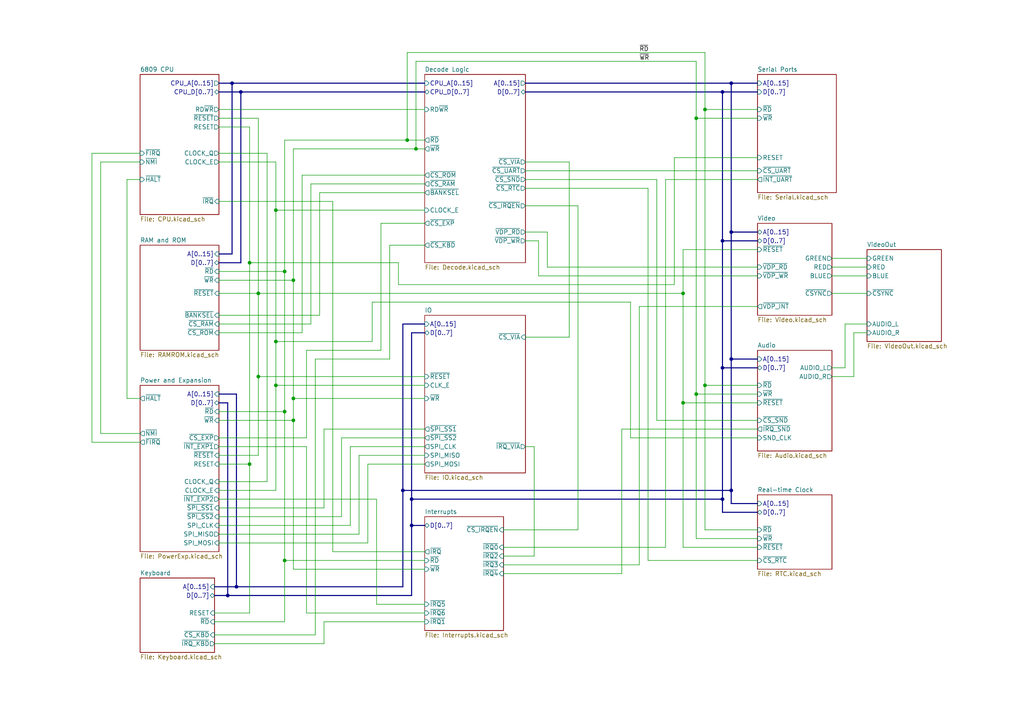
<source format=kicad_sch>
(kicad_sch (version 20211123) (generator eeschema)
  (paper "A4")
  (title_block (title "Y Ddraig Fechan") (company "Stephen Moody"))
  (lib_symbols)
  (junction (at 212.09 142.24))
  (junction (at 80.01 60.96))
  (junction (at 209.55 26.67))
  (junction (at 85.09 121.92))
  (junction (at 68.58 170.18))
  (junction (at 82.55 162.56))
  (junction (at 198.12 116.84))
  (junction (at 74.93 109.22))
  (junction (at 80.01 111.76))
  (junction (at 119.38 144.78))
  (junction (at 212.09 24.13))
  (junction (at 85.09 115.57))
  (junction (at 69.85 26.67))
  (junction (at 198.12 85.09))
  (junction (at 204.47 111.76))
  (junction (at 201.93 114.3))
  (junction (at 66.04 172.72))
  (junction (at 82.55 119.38))
  (junction (at 118.11 40.64))
  (junction (at 209.55 144.78))
  (junction (at 201.93 34.29))
  (junction (at 72.39 134.62))
  (junction (at 209.55 69.85))
  (junction (at 116.84 142.24))
  (junction (at 85.09 81.28))
  (junction (at 212.09 104.14))
  (junction (at 72.39 76.2))
  (junction (at 119.38 152.4))
  (junction (at 74.93 85.09))
  (junction (at 82.55 78.74))
  (junction (at 212.09 67.31))
  (junction (at 80.01 99.06))
  (junction (at 67.31 24.13))
  (junction (at 120.65 43.18))
  (junction (at 204.47 31.75))
  (junction (at 209.55 106.68))
  (wire (pts (xy 96.52 58.42) (xy 63.5 58.42)))
  (bus (pts (xy 209.55 144.78) (xy 209.55 148.59)))
  (bus (pts (xy 116.84 142.24) (xy 116.84 170.18)))
  (wire (pts (xy 190.5 52.07) (xy 190.5 121.92)))
  (wire (pts (xy 190.5 121.92) (xy 219.71 121.92)))
  (wire (pts (xy 152.4 46.99) (xy 165.1 46.99)))
  (wire (pts (xy 82.55 119.38) (xy 82.55 78.74)))
  (wire (pts (xy 88.9 101.6) (xy 110.49 101.6)))
  (wire (pts (xy 152.4 52.07) (xy 190.5 52.07)))
  (bus (pts (xy 63.5 116.84) (xy 66.04 116.84)))
  (wire (pts (xy 187.96 54.61) (xy 187.96 162.56)))
  (wire (pts (xy 93.98 186.69) (xy 93.98 180.34)))
  (wire (pts (xy 62.23 184.15) (xy 91.44 184.15)))
  (bus (pts (xy 119.38 96.52) (xy 123.19 96.52)))
  (wire (pts (xy 198.12 72.39) (xy 219.71 72.39)))
  (wire (pts (xy 72.39 76.2) (xy 115.57 76.2)))
  (wire (pts (xy 247.65 96.52) (xy 247.65 109.22)))
  (wire (pts (xy 156.21 69.85) (xy 156.21 80.01)))
  (wire (pts (xy 156.21 80.01) (xy 219.71 80.01)))
  (wire (pts (xy 120.65 43.18) (xy 120.65 17.78)))
  (wire (pts (xy 63.5 119.38) (xy 82.55 119.38)))
  (wire (pts (xy 74.93 109.22) (xy 74.93 132.08)))
  (bus (pts (xy 219.71 67.31) (xy 212.09 67.31)))
  (wire (pts (xy 154.94 161.29) (xy 146.05 161.29)))
  (bus (pts (xy 66.04 172.72) (xy 62.23 172.72)))
  (bus (pts (xy 119.38 144.78) (xy 119.38 96.52)))
  (wire (pts (xy 123.19 134.62) (xy 106.68 134.62)))
  (bus (pts (xy 209.55 26.67) (xy 219.71 26.67)))
  (wire (pts (xy 251.46 80.01) (xy 241.3 80.01)))
  (wire (pts (xy 91.44 104.14) (xy 113.03 104.14)))
  (wire (pts (xy 123.19 160.02) (xy 96.52 160.02)))
  (wire (pts (xy 85.09 43.18) (xy 120.65 43.18)))
  (wire (pts (xy 88.9 127) (xy 88.9 101.6)))
  (wire (pts (xy 185.42 88.9) (xy 185.42 163.83)))
  (bus (pts (xy 116.84 170.18) (xy 68.58 170.18)))
  (wire (pts (xy 63.5 134.62) (xy 72.39 134.62)))
  (bus (pts (xy 68.58 114.3) (xy 68.58 170.18)))
  (wire (pts (xy 241.3 77.47) (xy 251.46 77.47)))
  (wire (pts (xy 245.11 106.68) (xy 245.11 93.98)))
  (wire (pts (xy 201.93 114.3) (xy 201.93 156.21)))
  (wire (pts (xy 198.12 85.09) (xy 198.12 72.39)))
  (wire (pts (xy 193.04 52.07) (xy 193.04 158.75)))
  (wire (pts (xy 198.12 158.75) (xy 219.71 158.75)))
  (wire (pts (xy 247.65 96.52) (xy 251.46 96.52)))
  (bus (pts (xy 119.38 172.72) (xy 66.04 172.72)))
  (wire (pts (xy 36.83 52.07) (xy 36.83 115.57)))
  (wire (pts (xy 40.64 125.73) (xy 29.21 125.73)))
  (wire (pts (xy 72.39 76.2) (xy 72.39 134.62)))
  (bus (pts (xy 212.09 104.14) (xy 219.71 104.14)))
  (wire (pts (xy 193.04 158.75) (xy 146.05 158.75)))
  (wire (pts (xy 87.63 96.52) (xy 63.5 96.52)))
  (wire (pts (xy 198.12 116.84) (xy 198.12 158.75)))
  (wire (pts (xy 118.11 40.64) (xy 118.11 15.24)))
  (wire (pts (xy 152.4 69.85) (xy 156.21 69.85)))
  (wire (pts (xy 80.01 111.76) (xy 80.01 99.06)))
  (bus (pts (xy 212.09 142.24) (xy 212.09 146.05)))
  (wire (pts (xy 63.5 31.75) (xy 123.19 31.75)))
  (wire (pts (xy 63.5 44.45) (xy 77.47 44.45)))
  (wire (pts (xy 99.06 127) (xy 123.19 127)))
  (bus (pts (xy 63.5 114.3) (xy 68.58 114.3)))
  (wire (pts (xy 63.5 129.54) (xy 88.9 129.54)))
  (bus (pts (xy 63.5 73.66) (xy 67.31 73.66)))
  (wire (pts (xy 63.5 91.44) (xy 92.71 91.44)))
  (wire (pts (xy 93.98 180.34) (xy 123.19 180.34)))
  (wire (pts (xy 187.96 162.56) (xy 219.71 162.56)))
  (wire (pts (xy 158.75 77.47) (xy 158.75 67.31)))
  (wire (pts (xy 93.98 124.46) (xy 123.19 124.46)))
  (wire (pts (xy 40.64 52.07) (xy 36.83 52.07)))
  (wire (pts (xy 80.01 142.24) (xy 80.01 111.76)))
  (wire (pts (xy 77.47 139.7) (xy 63.5 139.7)))
  (wire (pts (xy 152.4 54.61) (xy 187.96 54.61)))
  (wire (pts (xy 80.01 60.96) (xy 80.01 46.99)))
  (wire (pts (xy 123.19 53.34) (xy 90.17 53.34)))
  (wire (pts (xy 63.5 121.92) (xy 85.09 121.92)))
  (wire (pts (xy 74.93 34.29) (xy 74.93 85.09)))
  (wire (pts (xy 63.5 152.4) (xy 101.6 152.4)))
  (bus (pts (xy 119.38 152.4) (xy 123.19 152.4)))
  (wire (pts (xy 63.5 127) (xy 88.9 127)))
  (wire (pts (xy 91.44 184.15) (xy 91.44 104.14)))
  (wire (pts (xy 241.3 85.09) (xy 251.46 85.09)))
  (wire (pts (xy 74.93 132.08) (xy 63.5 132.08)))
  (wire (pts (xy 63.5 36.83) (xy 72.39 36.83)))
  (wire (pts (xy 74.93 85.09) (xy 198.12 85.09)))
  (wire (pts (xy 63.5 154.94) (xy 104.14 154.94)))
  (wire (pts (xy 77.47 44.45) (xy 77.47 139.7)))
  (wire (pts (xy 82.55 78.74) (xy 63.5 78.74)))
  (wire (pts (xy 123.19 109.22) (xy 74.93 109.22)))
  (wire (pts (xy 219.71 52.07) (xy 193.04 52.07)))
  (wire (pts (xy 26.67 44.45) (xy 26.67 128.27)))
  (bus (pts (xy 212.09 142.24) (xy 116.84 142.24)))
  (wire (pts (xy 96.52 160.02) (xy 96.52 58.42)))
  (wire (pts (xy 107.95 87.63) (xy 182.88 87.63)))
  (wire (pts (xy 85.09 165.1) (xy 123.19 165.1)))
  (wire (pts (xy 219.71 77.47) (xy 158.75 77.47)))
  (wire (pts (xy 88.9 177.8) (xy 123.19 177.8)))
  (bus (pts (xy 219.71 69.85) (xy 209.55 69.85)))
  (wire (pts (xy 72.39 177.8) (xy 62.23 177.8)))
  (wire (pts (xy 85.09 81.28) (xy 63.5 81.28)))
  (bus (pts (xy 209.55 144.78) (xy 119.38 144.78)))
  (wire (pts (xy 72.39 36.83) (xy 72.39 76.2)))
  (wire (pts (xy 63.5 144.78) (xy 109.22 144.78)))
  (wire (pts (xy 29.21 125.73) (xy 29.21 46.99)))
  (wire (pts (xy 247.65 109.22) (xy 241.3 109.22)))
  (wire (pts (xy 80.01 99.06) (xy 107.95 99.06)))
  (wire (pts (xy 82.55 162.56) (xy 82.55 180.34)))
  (bus (pts (xy 69.85 26.67) (xy 63.5 26.67)))
  (bus (pts (xy 63.5 24.13) (xy 67.31 24.13)))
  (wire (pts (xy 29.21 46.99) (xy 40.64 46.99)))
  (wire (pts (xy 62.23 186.69) (xy 93.98 186.69)))
  (wire (pts (xy 204.47 111.76) (xy 219.71 111.76)))
  (bus (pts (xy 119.38 144.78) (xy 119.38 152.4)))
  (wire (pts (xy 180.34 166.37) (xy 146.05 166.37)))
  (wire (pts (xy 204.47 111.76) (xy 204.47 153.67)))
  (wire (pts (xy 201.93 114.3) (xy 201.93 34.29)))
  (bus (pts (xy 212.09 104.14) (xy 212.09 142.24)))
  (wire (pts (xy 82.55 78.74) (xy 82.55 40.64)))
  (wire (pts (xy 204.47 15.24) (xy 204.47 31.75)))
  (wire (pts (xy 101.6 152.4) (xy 101.6 129.54)))
  (wire (pts (xy 106.68 157.48) (xy 63.5 157.48)))
  (wire (pts (xy 152.4 129.54) (xy 154.94 129.54)))
  (wire (pts (xy 201.93 156.21) (xy 219.71 156.21)))
  (bus (pts (xy 116.84 142.24) (xy 116.84 93.98)))
  (bus (pts (xy 119.38 152.4) (xy 119.38 172.72)))
  (wire (pts (xy 110.49 64.77) (xy 123.19 64.77)))
  (wire (pts (xy 88.9 129.54) (xy 88.9 177.8)))
  (wire (pts (xy 123.19 111.76) (xy 80.01 111.76)))
  (wire (pts (xy 109.22 144.78) (xy 109.22 175.26)))
  (wire (pts (xy 92.71 91.44) (xy 92.71 55.88)))
  (bus (pts (xy 152.4 24.13) (xy 212.09 24.13)))
  (wire (pts (xy 182.88 127) (xy 219.71 127)))
  (bus (pts (xy 67.31 24.13) (xy 123.19 24.13)))
  (wire (pts (xy 152.4 59.69) (xy 167.64 59.69)))
  (wire (pts (xy 85.09 121.92) (xy 85.09 115.57)))
  (bus (pts (xy 209.55 69.85) (xy 209.55 26.67)))
  (wire (pts (xy 101.6 129.54) (xy 123.19 129.54)))
  (wire (pts (xy 74.93 85.09) (xy 74.93 109.22)))
  (wire (pts (xy 241.3 106.68) (xy 245.11 106.68)))
  (wire (pts (xy 113.03 104.14) (xy 113.03 71.12)))
  (bus (pts (xy 209.55 69.85) (xy 209.55 106.68)))
  (wire (pts (xy 85.09 81.28) (xy 85.09 43.18)))
  (wire (pts (xy 204.47 153.67) (xy 219.71 153.67)))
  (wire (pts (xy 63.5 85.09) (xy 74.93 85.09)))
  (bus (pts (xy 209.55 106.68) (xy 209.55 144.78)))
  (wire (pts (xy 92.71 55.88) (xy 123.19 55.88)))
  (bus (pts (xy 152.4 26.67) (xy 209.55 26.67)))
  (wire (pts (xy 120.65 17.78) (xy 201.93 17.78)))
  (wire (pts (xy 158.75 67.31) (xy 152.4 67.31)))
  (wire (pts (xy 104.14 154.94) (xy 104.14 132.08)))
  (wire (pts (xy 123.19 115.57) (xy 85.09 115.57)))
  (wire (pts (xy 204.47 31.75) (xy 204.47 111.76)))
  (wire (pts (xy 80.01 46.99) (xy 63.5 46.99)))
  (wire (pts (xy 167.64 153.67) (xy 146.05 153.67)))
  (wire (pts (xy 182.88 87.63) (xy 182.88 127)))
  (wire (pts (xy 82.55 119.38) (xy 82.55 162.56)))
  (wire (pts (xy 82.55 162.56) (xy 123.19 162.56)))
  (bus (pts (xy 63.5 76.2) (xy 69.85 76.2)))
  (wire (pts (xy 26.67 128.27) (xy 40.64 128.27)))
  (wire (pts (xy 219.71 124.46) (xy 180.34 124.46)))
  (wire (pts (xy 204.47 31.75) (xy 219.71 31.75)))
  (wire (pts (xy 201.93 34.29) (xy 219.71 34.29)))
  (wire (pts (xy 63.5 142.24) (xy 80.01 142.24)))
  (wire (pts (xy 82.55 180.34) (xy 62.23 180.34)))
  (wire (pts (xy 245.11 93.98) (xy 251.46 93.98)))
  (wire (pts (xy 90.17 93.98) (xy 63.5 93.98)))
  (bus (pts (xy 69.85 76.2) (xy 69.85 26.67)))
  (bus (pts (xy 123.19 26.67) (xy 69.85 26.67)))
  (wire (pts (xy 80.01 60.96) (xy 123.19 60.96)))
  (wire (pts (xy 198.12 85.09) (xy 198.12 116.84)))
  (wire (pts (xy 219.71 114.3) (xy 201.93 114.3)))
  (wire (pts (xy 165.1 46.99) (xy 165.1 97.79)))
  (wire (pts (xy 87.63 50.8) (xy 87.63 96.52)))
  (wire (pts (xy 113.03 71.12) (xy 123.19 71.12)))
  (wire (pts (xy 107.95 99.06) (xy 107.95 87.63)))
  (bus (pts (xy 66.04 116.84) (xy 66.04 172.72)))
  (wire (pts (xy 106.68 134.62) (xy 106.68 157.48)))
  (bus (pts (xy 212.09 146.05) (xy 219.71 146.05)))
  (wire (pts (xy 180.34 124.46) (xy 180.34 166.37)))
  (bus (pts (xy 212.09 67.31) (xy 212.09 104.14)))
  (bus (pts (xy 212.09 67.31) (xy 212.09 24.13)))
  (wire (pts (xy 115.57 82.55) (xy 195.58 82.55)))
  (wire (pts (xy 115.57 76.2) (xy 115.57 82.55)))
  (wire (pts (xy 195.58 45.72) (xy 219.71 45.72)))
  (wire (pts (xy 99.06 127) (xy 99.06 149.86)))
  (wire (pts (xy 195.58 82.55) (xy 195.58 45.72)))
  (wire (pts (xy 185.42 163.83) (xy 146.05 163.83)))
  (wire (pts (xy 109.22 175.26) (xy 123.19 175.26)))
  (wire (pts (xy 72.39 134.62) (xy 72.39 177.8)))
  (wire (pts (xy 85.09 115.57) (xy 85.09 81.28)))
  (wire (pts (xy 120.65 43.18) (xy 123.19 43.18)))
  (wire (pts (xy 99.06 149.86) (xy 63.5 149.86)))
  (wire (pts (xy 198.12 116.84) (xy 219.71 116.84)))
  (wire (pts (xy 63.5 34.29) (xy 74.93 34.29)))
  (wire (pts (xy 118.11 40.64) (xy 123.19 40.64)))
  (bus (pts (xy 209.55 148.59) (xy 219.71 148.59)))
  (wire (pts (xy 110.49 101.6) (xy 110.49 64.77)))
  (wire (pts (xy 63.5 147.32) (xy 93.98 147.32)))
  (wire (pts (xy 123.19 50.8) (xy 87.63 50.8)))
  (bus (pts (xy 116.84 93.98) (xy 123.19 93.98)))
  (wire (pts (xy 36.83 115.57) (xy 40.64 115.57)))
  (wire (pts (xy 152.4 49.53) (xy 219.71 49.53)))
  (wire (pts (xy 104.14 132.08) (xy 123.19 132.08)))
  (wire (pts (xy 219.71 88.9) (xy 185.42 88.9)))
  (wire (pts (xy 154.94 129.54) (xy 154.94 161.29)))
  (wire (pts (xy 93.98 147.32) (xy 93.98 124.46)))
  (bus (pts (xy 67.31 73.66) (xy 67.31 24.13)))
  (wire (pts (xy 251.46 74.93) (xy 241.3 74.93)))
  (bus (pts (xy 212.09 24.13) (xy 219.71 24.13)))
  (wire (pts (xy 165.1 97.79) (xy 152.4 97.79)))
  (wire (pts (xy 40.64 44.45) (xy 26.67 44.45)))
  (bus (pts (xy 209.55 106.68) (xy 219.71 106.68)))
  (wire (pts (xy 167.64 59.69) (xy 167.64 153.67)))
  (wire (pts (xy 80.01 99.06) (xy 80.01 60.96)))
  (wire (pts (xy 82.55 40.64) (xy 118.11 40.64)))
  (wire (pts (xy 201.93 17.78) (xy 201.93 34.29)))
  (wire (pts (xy 90.17 53.34) (xy 90.17 93.98)))
  (wire (pts (xy 118.11 15.24) (xy 204.47 15.24)))
  (bus (pts (xy 68.58 170.18) (xy 62.23 170.18)))
  (wire (pts (xy 85.09 121.92) (xy 85.09 165.1)))
  (label "~{WR}" (at 185.42 17.78 0))
  (label "~{RD}" (at 185.42 15.24 0))
  (sheet (at 40.64 21.59) (size 22.86 40.64)
    (property "Sheet name" "6809 CPU" (at 40.64 20.8784 0) (effects (justify left bottom)))
    (property "Sheet file" "CPU.kicad_sch" (at 40.64 62.8146 0) (effects (justify left top)))
    (pin "~{RESET}" output (at 63.5 34.29 0))
    (pin "RESET" output (at 63.5 36.83 0))
    (pin "CPU_A[0..15]" output (at 63.5 24.13 0))
    (pin "CPU_D[0..7]" bidirectional (at 63.5 26.67 0))
    (pin "RD~{WR}" output (at 63.5 31.75 0))
    (pin "~{HALT}" input (at 40.64 52.07 180))
    (pin "CLOCK_E" output (at 63.5 46.99 0))
    (pin "CLOCK_Q" output (at 63.5 44.45 0))
    (pin "~{IRQ}" input (at 63.5 58.42 0))
    (pin "~{NMI}" input (at 40.64 46.99 180))
    (pin "~{FIRQ}" input (at 40.64 44.45 180))
  )
  (sheet (at 123.19 21.59) (size 29.21 54.61)
    (property "Sheet name" "Decode Logic" (at 123.19 20.8784 0) (effects (justify left bottom)))
    (property "Sheet file" "Decode.kicad_sch" (at 123.19 76.7846 0) (effects (justify left top)))
    (pin "CLOCK_E" input (at 123.19 60.96 180))
    (pin "CPU_A[0..15]" input (at 123.19 24.13 180))
    (pin "CPU_D[0..7]" bidirectional (at 123.19 26.67 180))
    (pin "RD~{WR}" input (at 123.19 31.75 180))
    (pin "~{CS_IRQEN}" output (at 152.4 59.69 0))
    (pin "~{WR}" output (at 123.19 43.18 180))
    (pin "D[0..7]" bidirectional (at 152.4 26.67 0))
    (pin "~{RD}" output (at 123.19 40.64 180))
    (pin "~{BANKSEL}" output (at 123.19 55.88 180))
    (pin "~{CS_RAM}" output (at 123.19 53.34 180))
    (pin "~{CS_ROM}" output (at 123.19 50.8 180))
    (pin "~{CS_VIA}" output (at 152.4 46.99 0))
    (pin "~{CS_UART}" output (at 152.4 49.53 0))
    (pin "~{VDP_RD}" output (at 152.4 67.31 0))
    (pin "~{VDP_WR}" output (at 152.4 69.85 0))
    (pin "~{CS_SND}" output (at 152.4 52.07 0))
    (pin "~{CS_RTC}" output (at 152.4 54.61 0))
    (pin "A[0..15]" output (at 152.4 24.13 0))
    (pin "~{CS_KBD}" output (at 123.19 71.12 180))
    (pin "~{CS_EXP}" output (at 123.19 64.77 180))
  )
  (sheet (at 219.71 21.59) (size 22.86 34.29)
    (property "Sheet name" "Serial Ports" (at 219.71 20.8784 0) (effects (justify left bottom)))
    (property "Sheet file" "Serial.kicad_sch" (at 219.71 56.4646 0) (effects (justify left top)))
    (pin "A[0..15]" input (at 219.71 24.13 180))
    (pin "D[0..7]" input (at 219.71 26.67 180))
    (pin "RESET" input (at 219.71 45.72 180))
    (pin "~{RD}" input (at 219.71 31.75 180))
    (pin "~{WR}" input (at 219.71 34.29 180))
    (pin "~{INT_UART}" output (at 219.71 52.07 180))
    (pin "~{CS_UART}" input (at 219.71 49.53 180))
  )
  (sheet (at 219.71 64.77) (size 21.59 26.67)
    (property "Sheet name" "Video" (at 219.71 64.0584 0) (effects (justify left bottom)))
    (property "Sheet file" "Video.kicad_sch" (at 219.71 92.0246 0) (effects (justify left top)))
    (pin "D[0..7]" bidirectional (at 219.71 69.85 180))
    (pin "A[0..15]" bidirectional (at 219.71 67.31 180))
    (pin "~{VDP_RD}" input (at 219.71 77.47 180))
    (pin "~{VDP_WR}" input (at 219.71 80.01 180))
    (pin "~{VDP_INT}" output (at 219.71 88.9 180))
    (pin "GREEN" output (at 241.3 74.93 0))
    (pin "RED" output (at 241.3 77.47 0))
    (pin "BLUE" output (at 241.3 80.01 0))
    (pin "~{CSYNC}" output (at 241.3 85.09 0))
    (pin "~{RESET}" input (at 219.71 72.39 180))
  )
  (sheet (at 219.71 101.6) (size 21.59 29.21)
    (property "Sheet name" "Audio" (at 219.71 100.8884 0) (effects (justify left bottom)))
    (property "Sheet file" "Audio.kicad_sch" (at 219.71 131.3946 0) (effects (justify left top)))
    (pin "D[0..7]" bidirectional (at 219.71 106.68 180))
    (pin "A[0..15]" input (at 219.71 104.14 180))
    (pin "~{RESET}" input (at 219.71 116.84 180))
    (pin "AUDIO_R" output (at 241.3 109.22 0))
    (pin "AUDIO_L" output (at 241.3 106.68 0))
    (pin "~{WR}" input (at 219.71 114.3 180))
    (pin "~{RD}" input (at 219.71 111.76 180))
    (pin "~{CS_SND}" input (at 219.71 121.92 180))
    (pin "~{IRQ_SND}" output (at 219.71 124.46 180))
    (pin "SND_CLK" input (at 219.71 127 180))
  )
  (sheet (at 40.64 71.12) (size 22.86 30.48)
    (property "Sheet name" "RAM and ROM" (at 40.64 70.4084 0) (effects (justify left bottom)))
    (property "Sheet file" "RAMROM.kicad_sch" (at 40.64 102.1846 0) (effects (justify left top)))
    (pin "~{RESET}" input (at 63.5 85.09 0))
    (pin "~{BANKSEL}" input (at 63.5 91.44 0))
    (pin "~{RD}" input (at 63.5 78.74 0))
    (pin "~{CS_RAM}" input (at 63.5 93.98 0))
    (pin "~{CS_ROM}" input (at 63.5 96.52 0))
    (pin "~{WR}" input (at 63.5 81.28 0))
    (pin "A[0..15]" input (at 63.5 73.66 0))
    (pin "D[0..7]" bidirectional (at 63.5 76.2 0))
  )
  (sheet (at 123.19 91.44) (size 29.21 45.72)
    (property "Sheet name" "IO" (at 123.19 90.7284 0) (effects (justify left bottom)))
    (property "Sheet file" "IO.kicad_sch" (at 123.19 137.7446 0) (effects (justify left top)))
    (pin "A[0..15]" input (at 123.19 93.98 180))
    (pin "D[0..7]" bidirectional (at 123.19 96.52 180))
    (pin "~{IRQ_VIA}" output (at 152.4 129.54 0))
    (pin "~{CS_VIA}" input (at 152.4 97.79 0))
    (pin "~{RESET}" input (at 123.19 109.22 180))
    (pin "CLK_E" input (at 123.19 111.76 180))
    (pin "SPI_CLK" output (at 123.19 129.54 180))
    (pin "~{SPI_SS1}" output (at 123.19 124.46 180))
    (pin "~{SPI_SS2}" output (at 123.19 127 180))
    (pin "SPI_MOSI" output (at 123.19 134.62 180))
    (pin "SPI_MISO" input (at 123.19 132.08 180))
    (pin "~{WR}" input (at 123.19 115.57 180))
  )
  (sheet (at 40.64 167.64) (size 21.59 21.59)
    (property "Sheet name" "Keyboard" (at 40.64 166.9284 0) (effects (justify left bottom)))
    (property "Sheet file" "Keyboard.kicad_sch" (at 40.64 189.8146 0) (effects (justify left top)))
    (pin "RESET" input (at 62.23 177.8 0))
    (pin "~{RD}" input (at 62.23 180.34 0))
    (pin "~{CS_KBD}" input (at 62.23 184.15 0))
    (pin "D[0..7]" bidirectional (at 62.23 172.72 0))
    (pin "A[0..15]" input (at 62.23 170.18 0))
    (pin "~{IRQ_KBD}" output (at 62.23 186.69 0))
  )
  (sheet (at 219.71 143.51) (size 21.59 21.59)
    (property "Sheet name" "Real-time Clock" (at 219.71 142.7984 0) (effects (justify left bottom)))
    (property "Sheet file" "RTC.kicad_sch" (at 219.71 165.6846 0) (effects (justify left top)))
    (pin "~{CS_RTC}" input (at 219.71 162.56 180))
    (pin "~{WR}" input (at 219.71 156.21 180))
    (pin "~{RD}" input (at 219.71 153.67 180))
    (pin "~{RESET}" input (at 219.71 158.75 180))
    (pin "D[0..7]" bidirectional (at 219.71 148.59 180))
    (pin "A[0..15]" input (at 219.71 146.05 180))
  )
  (sheet (at 123.19 149.86) (size 22.86 33.02)
    (property "Sheet name" "Interrupts" (at 123.19 149.1484 0) (effects (justify left bottom)))
    (property "Sheet file" "Interrupts.kicad_sch" (at 123.19 183.4646 0) (effects (justify left top)))
    (pin "~{CS_IRQEN}" input (at 146.05 153.67 0))
    (pin "~{IRQ}" output (at 123.19 160.02 180))
    (pin "~{WR}" input (at 123.19 165.1 180))
    (pin "D[0..7]" bidirectional (at 123.19 152.4 180))
    (pin "~{RD}" input (at 123.19 162.56 180))
    (pin "~{IRQ0}" input (at 146.05 158.75 0))
    (pin "~{IRQ6}" input (at 123.19 177.8 180))
    (pin "~{IRQ5}" input (at 123.19 175.26 180))
    (pin "~{IRQ4}" input (at 146.05 166.37 0))
    (pin "~{IRQ3}" input (at 146.05 163.83 0))
    (pin "~{IRQ2}" input (at 146.05 161.29 0))
    (pin "~{IRQ1}" input (at 123.19 180.34 180))
  )
  (sheet (at 40.64 111.76) (size 22.86 48.26)
    (property "Sheet name" "Power and Expansion" (at 40.64 111.0484 0) (effects (justify left bottom)))
    (property "Sheet file" "PowerExp.kicad_sch" (at 40.64 160.6046 0) (effects (justify left top)))
    (pin "CLOCK_E" input (at 63.5 142.24 0))
    (pin "CLOCK_Q" input (at 63.5 139.7 0))
    (pin "~{HALT}" output (at 40.64 115.57 180))
    (pin "~{RESET}" input (at 63.5 132.08 0))
    (pin "RESET" input (at 63.5 134.62 0))
    (pin "~{CS_EXP}" output (at 63.5 127 0))
    (pin "D[0..7]" bidirectional (at 63.5 116.84 0))
    (pin "A[0..15]" input (at 63.5 114.3 0))
    (pin "~{WR}" input (at 63.5 121.92 0))
    (pin "~{RD}" input (at 63.5 119.38 0))
    (pin "SPI_CLK" input (at 63.5 152.4 0))
    (pin "~{SPI_SS1}" input (at 63.5 147.32 0))
    (pin "~{SPI_SS2}" input (at 63.5 149.86 0))
    (pin "SPI_MOSI" input (at 63.5 157.48 0))
    (pin "SPI_MISO" output (at 63.5 154.94 0))
    (pin "~{INT_EXP1}" output (at 63.5 129.54 0))
    (pin "~{INT_EXP2}" output (at 63.5 144.78 0))
    (pin "~{NMI}" output (at 40.64 125.73 180))
    (pin "~{FIRQ}" output (at 40.64 128.27 180))
  )
  (sheet (at 251.46 72.39) (size 21.59 26.67)
    (property "Sheet name" "VideoOut" (at 251.46 71.6784 0) (effects (justify left bottom)))
    (property "Sheet file" "VideoOut.kicad_sch" (at 251.46 99.6446 0) (effects (justify left top)))
    (pin "RED" input (at 251.46 77.47 180))
    (pin "GREEN" input (at 251.46 74.93 180))
    (pin "BLUE" input (at 251.46 80.01 180))
    (pin "~{CSYNC}" input (at 251.46 85.09 180))
    (pin "AUDIO_L" input (at 251.46 93.98 180))
    (pin "AUDIO_R" input (at 251.46 96.52 180))
  )
)
</source>
